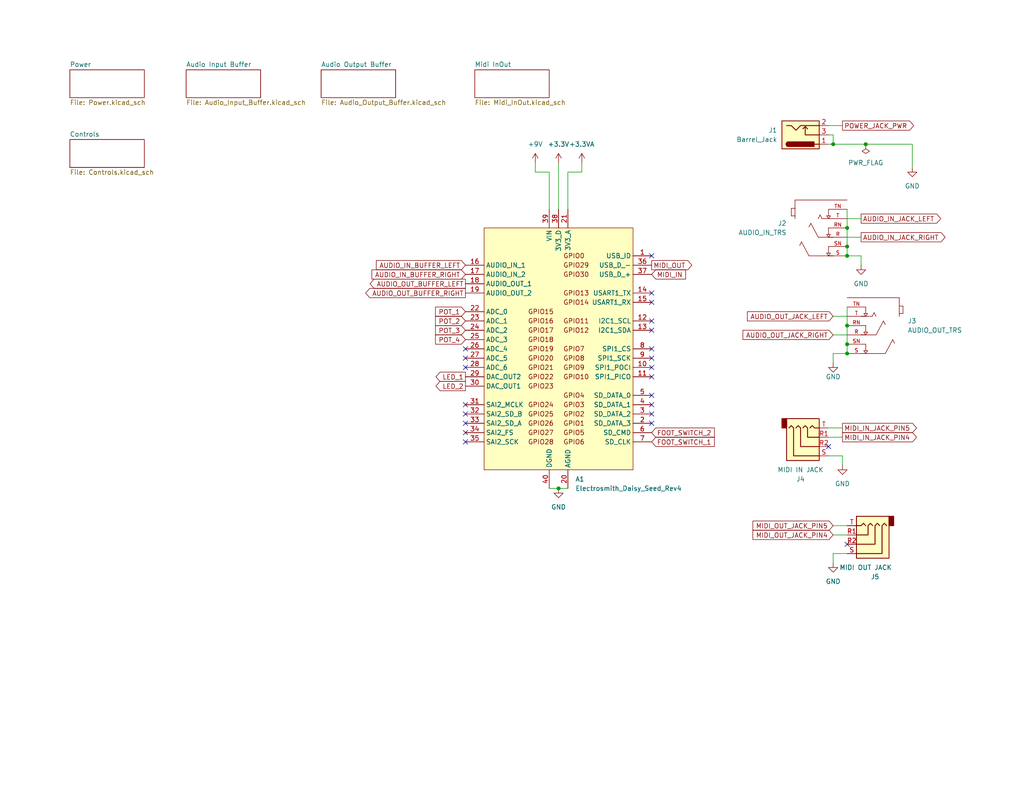
<source format=kicad_sch>
(kicad_sch (version 20230121) (generator eeschema)
  (paper "USLetter")
  (title_block (title "Daisy Seed Guitar Pedal 1590B") (date "2023-11-12") (rev "6") (company "Made by Keith Shepherd (kshep@mac.com)") (comment 1 "https://github.com/electro-smith/Hardware/blob/master/reference/daisy_petal/") (comment 2 "Schematic loosly based on the Electro-Smith Daisy Petal Reference Hardware Rev 5"))
  (lib_symbols
    (symbol "Connector:Barrel_Jack_Switch" (pin_names hide)
      (property "Reference" "J" (at 0 5.334 0))
      (property "Value" "Barrel_Jack_Switch" (at 0 -5.08 0))
      (symbol "Barrel_Jack_Switch_0_1"
        (rectangle (start -5.08 3.81) (end 5.08 -3.81) (stroke (width 0.254)) (fill (type background)))
        (arc (start -3.302 3.175) (mid -3.9343 2.54) (end -3.302 1.905) (stroke (width 0.254)))
        (arc (start -3.302 3.175) (mid -3.9343 2.54) (end -3.302 1.905) (stroke (width 0.254)) (fill (type outline)))
        (polyline (pts (xy 1.27 -2.286) (xy 1.905 -1.651)) (stroke (width 0.254)))
        (polyline (pts (xy 5.08 2.54) (xy 3.81 2.54)) (stroke (width 0.254)))
        (polyline (pts (xy 5.08 0) (xy 1.27 0) (xy 1.27 -2.286) (xy 0.635 -1.651)) (stroke (width 0.254)))
        (polyline (pts (xy -3.81 -2.54) (xy -2.54 -2.54) (xy -1.27 -1.27) (xy 0 -2.54) (xy 2.54 -2.54) (xy 5.08 -2.54)) (stroke (width 0.254)))
        (rectangle (start 3.683 3.175) (end -3.302 1.905) (stroke (width 0.254)) (fill (type outline)))
      )
      (symbol "Barrel_Jack_Switch_1_1"
        (pin passive line (at 7.62 2.54 180) (length 2.54) (name "~") (number "1"))
        (pin passive line (at 7.62 -2.54 180) (length 2.54) (name "~") (number "2"))
        (pin passive line (at 7.62 0 180) (length 2.54) (name "~") (number "3"))
      )
    )
    (symbol "Connector_Audio:AudioJack4"
      (property "Reference" "J" (at 0 8.89 0))
      (property "Value" "AudioJack4" (at 0 6.35 0))
      (symbol "AudioJack4_0_1"
        (rectangle (start -6.35 -5.08) (end -7.62 -7.62) (stroke (width 0.254)) (fill (type outline)))
        (polyline (pts (xy 0 -5.08) (xy 0.635 -5.715) (xy 1.27 -5.08) (xy 2.54 -5.08)) (stroke (width 0.254)))
        (polyline (pts (xy -5.715 -5.08) (xy -5.08 -5.715) (xy -4.445 -5.08) (xy -4.445 2.54) (xy 2.54 2.54)) (stroke (width 0.254)))
        (polyline (pts (xy -1.905 -5.08) (xy -1.27 -5.715) (xy -0.635 -5.08) (xy -0.635 -2.54) (xy 2.54 -2.54)) (stroke (width 0.254)))
        (polyline (pts (xy 2.54 0) (xy -2.54 0) (xy -2.54 -5.08) (xy -3.175 -5.715) (xy -3.81 -5.08)) (stroke (width 0.254)))
        (rectangle (start 2.54 3.81) (end -6.35 -7.62) (stroke (width 0.254)) (fill (type background)))
      )
      (symbol "AudioJack4_1_1"
        (pin passive line (at 5.08 -2.54 180) (length 2.54) (name "~") (number "R1"))
        (pin passive line (at 5.08 0 180) (length 2.54) (name "~") (number "R2"))
        (pin passive line (at 5.08 2.54 180) (length 2.54) (name "~") (number "S"))
        (pin passive line (at 5.08 -5.08 180) (length 2.54) (name "~") (number "T"))
      )
    )
    (symbol "MCU_Module:Electrosmith_Daisy_Seed_Rev4"
      (property "Reference" "A" (at -20.32 34.29 0))
      (property "Value" "Electrosmith_Daisy_Seed_Rev4" (at 33.02 34.29 0))
      (symbol "Electrosmith_Daisy_Seed_Rev4_0_0"
        (text "GPIO0" (at 1.27 25.4 0) (effects (font (size 1.27 1.27)) (justify left)))
        (text "GPIO1" (at 1.27 -20.32 0) (effects (font (size 1.27 1.27)) (justify left)))
        (text "GPIO10" (at 1.27 -7.62 0) (effects (font (size 1.27 1.27)) (justify left)))
        (text "GPIO11" (at 1.27 7.62 0) (effects (font (size 1.27 1.27)) (justify left)))
        (text "GPIO12" (at 1.27 5.08 0) (effects (font (size 1.27 1.27)) (justify left)))
        (text "GPIO13" (at 1.27 15.24 0) (effects (font (size 1.27 1.27)) (justify left)))
        (text "GPIO14" (at 1.27 12.7 0) (effects (font (size 1.27 1.27)) (justify left)))
        (text "GPIO15" (at -1.27 10.16 0) (effects (font (size 1.27 1.27)) (justify right)))
        (text "GPIO16" (at -1.27 7.62 0) (effects (font (size 1.27 1.27)) (justify right)))
        (text "GPIO17" (at -1.27 5.08 0) (effects (font (size 1.27 1.27)) (justify right)))
        (text "GPIO18" (at -1.27 2.54 0) (effects (font (size 1.27 1.27)) (justify right)))
        (text "GPIO19" (at -1.27 0 0) (effects (font (size 1.27 1.27)) (justify right)))
        (text "GPIO2" (at 1.27 -17.78 0) (effects (font (size 1.27 1.27)) (justify left)))
        (text "GPIO20" (at -1.27 -2.54 0) (effects (font (size 1.27 1.27)) (justify right)))
        (text "GPIO21" (at -1.27 -5.08 0) (effects (font (size 1.27 1.27)) (justify right)))
        (text "GPIO22" (at -1.27 -7.62 0) (effects (font (size 1.27 1.27)) (justify right)))
        (text "GPIO23" (at -1.27 -10.16 0) (effects (font (size 1.27 1.27)) (justify right)))
        (text "GPIO24" (at -1.27 -15.24 0) (effects (font (size 1.27 1.27)) (justify right)))
        (text "GPIO25" (at -1.27 -17.78 0) (effects (font (size 1.27 1.27)) (justify right)))
        (text "GPIO26" (at -1.27 -20.32 0) (effects (font (size 1.27 1.27)) (justify right)))
        (text "GPIO27" (at -1.27 -22.86 0) (effects (font (size 1.27 1.27)) (justify right)))
        (text "GPIO28" (at -1.27 -25.4 0) (effects (font (size 1.27 1.27)) (justify right)))
        (text "GPIO29" (at 1.27 22.86 0) (effects (font (size 1.27 1.27)) (justify left)))
        (text "GPIO3" (at 1.27 -15.24 0) (effects (font (size 1.27 1.27)) (justify left)))
        (text "GPIO30" (at 1.27 20.32 0) (effects (font (size 1.27 1.27)) (justify left)))
        (text "GPIO4" (at 1.27 -12.7 0) (effects (font (size 1.27 1.27)) (justify left)))
        (text "GPIO5" (at 1.27 -22.86 0) (effects (font (size 1.27 1.27)) (justify left)))
        (text "GPIO6" (at 1.27 -25.4 0) (effects (font (size 1.27 1.27)) (justify left)))
        (text "GPIO7" (at 1.27 0 0) (effects (font (size 1.27 1.27)) (justify left)))
        (text "GPIO8" (at 1.27 -2.54 0) (effects (font (size 1.27 1.27)) (justify left)))
        (text "GPIO9" (at 1.27 -5.08 0) (effects (font (size 1.27 1.27)) (justify left)))
        (pin bidirectional line (at 25.4 25.4 180) (length 5.08) (name "USB_ID") (number "1"))
        (pin bidirectional line (at 25.4 -5.08 180) (length 5.08) (name "SPI1_POCI") (number "10"))
        (pin bidirectional line (at 25.4 -7.62 180) (length 5.08) (name "SPI1_PICO") (number "11"))
        (pin bidirectional line (at 25.4 7.62 180) (length 5.08) (name "I2C1_SCL") (number "12"))
        (pin bidirectional line (at 25.4 5.08 180) (length 5.08) (name "I2C1_SDA") (number "13"))
        (pin bidirectional line (at 25.4 15.24 180) (length 5.08) (name "USART1_TX") (number "14"))
        (pin bidirectional line (at 25.4 12.7 180) (length 5.08) (name "USART1_RX") (number "15"))
        (pin input line (at -25.4 22.86 0) (length 5.08) (name "AUDIO_IN_1") (number "16"))
        (pin input line (at -25.4 20.32 0) (length 5.08) (name "AUDIO_IN_2") (number "17"))
        (pin output line (at -25.4 17.78 0) (length 5.08) (name "AUDIO_OUT_1") (number "18"))
        (pin output line (at -25.4 15.24 0) (length 5.08) (name "AUDIO_OUT_2") (number "19"))
        (pin bidirectional line (at 25.4 -20.32 180) (length 5.08) (name "SD_DATA_3") (number "2"))
        (pin power_in line (at 2.54 -38.1 90) (length 5.08) (name "AGND") (number "20"))
        (pin power_out line (at 2.54 38.1 270) (length 5.08) (name "3V3_A") (number "21"))
        (pin bidirectional line (at -25.4 10.16 0) (length 5.08) (name "ADC_0") (number "22"))
        (pin bidirectional line (at -25.4 7.62 0) (length 5.08) (name "ADC_1") (number "23"))
        (pin bidirectional line (at -25.4 5.08 0) (length 5.08) (name "ADC_2") (number "24"))
        (pin bidirectional line (at -25.4 2.54 0) (length 5.08) (name "ADC_3") (number "25"))
        (pin bidirectional line (at -25.4 0 0) (length 5.08) (name "ADC_4") (number "26"))
        (pin bidirectional line (at -25.4 -2.54 0) (length 5.08) (name "ADC_5") (number "27"))
        (pin bidirectional line (at -25.4 -5.08 0) (length 5.08) (name "ADC_6") (number "28"))
        (pin bidirectional line (at -25.4 -7.62 0) (length 5.08) (name "DAC_OUT2") (number "29"))
        (pin bidirectional line (at 25.4 -17.78 180) (length 5.08) (name "SD_DATA_2") (number "3"))
        (pin bidirectional line (at -25.4 -10.16 0) (length 5.08) (name "DAC_OUT1") (number "30"))
        (pin bidirectional line (at -25.4 -15.24 0) (length 5.08) (name "SAI2_MCLK") (number "31"))
        (pin bidirectional line (at -25.4 -17.78 0) (length 5.08) (name "SAI2_SD_B") (number "32"))
        (pin bidirectional line (at -25.4 -20.32 0) (length 5.08) (name "SAI2_SD_A") (number "33"))
        (pin bidirectional line (at -25.4 -22.86 0) (length 5.08) (name "SAI2_FS") (number "34"))
        (pin bidirectional line (at -25.4 -25.4 0) (length 5.08) (name "SAI2_SCK") (number "35"))
        (pin bidirectional line (at 25.4 22.86 180) (length 5.08) (name "USB_D_-") (number "36"))
        (pin bidirectional line (at 25.4 20.32 180) (length 5.08) (name "USB_D_+") (number "37"))
        (pin power_out line (at 0 38.1 270) (length 5.08) (name "3V3_D") (number "38"))
        (pin power_in line (at -2.54 38.1 270) (length 5.08) (name "VIN") (number "39"))
        (pin bidirectional line (at 25.4 -15.24 180) (length 5.08) (name "SD_DATA_1") (number "4"))
        (pin power_in line (at -2.54 -38.1 90) (length 5.08) (name "DGND") (number "40"))
        (pin bidirectional line (at 25.4 -12.7 180) (length 5.08) (name "SD_DATA_0") (number "5"))
        (pin bidirectional line (at 25.4 -22.86 180) (length 5.08) (name "SD_CMD") (number "6"))
        (pin bidirectional line (at 25.4 -25.4 180) (length 5.08) (name "SD_CLK") (number "7"))
        (pin bidirectional line (at 25.4 0 180) (length 5.08) (name "SPI1_CS") (number "8"))
        (pin bidirectional line (at 25.4 -2.54 180) (length 5.08) (name "SPI1_SCK") (number "9"))
      )
      (symbol "Electrosmith_Daisy_Seed_Rev4_0_1"
        (rectangle (start -20.32 33.02) (end 20.32 -33.02) (fill (type background)))
      )
    )
    (symbol "NMJ6HCD2:NMJ6HCD2" (pin_names (offset 1.016))
      (property "Reference" "J" (at -7.6236 8.1319 0))
      (property "Value" "NMJ6HCD2" (at -7.6298 -10.1747 0))
      (symbol "NMJ6HCD2_0_0"
        (polyline (pts (xy -7.62 -5.334) (xy -6.604 -5.334)) (stroke (width 0.1524)))
        (polyline (pts (xy -7.62 -3.302) (xy -7.62 -5.334)) (stroke (width 0.1524)))
        (polyline (pts (xy -6.604 -7.62) (xy -6.604 -5.334)) (stroke (width 0.1524)))
        (polyline (pts (xy -6.604 -5.334) (xy -6.604 -3.302)) (stroke (width 0.1524)))
        (polyline (pts (xy -6.604 -3.302) (xy -7.62 -3.302)) (stroke (width 0.1524)))
        (polyline (pts (xy -6.604 -2.54) (xy -6.604 -3.302)) (stroke (width 0.1524)))
        (polyline (pts (xy -4.826 3.81) (xy -5.334 4.826)) (stroke (width 0.1524)))
        (polyline (pts (xy -2.794 7.62) (xy -4.826 3.81)) (stroke (width 0.1524)))
        (polyline (pts (xy -2.286 -1.27) (xy -2.794 -0.254)) (stroke (width 0.1524)))
        (polyline (pts (xy -0.254 2.54) (xy -2.286 -1.27)) (stroke (width 0.1524)))
        (polyline (pts (xy 0.254 -3.556) (xy -0.254 -2.54)) (stroke (width 0.1524)))
        (polyline (pts (xy 0.762 -2.54) (xy 0.254 -3.556)) (stroke (width 0.1524)))
        (polyline (pts (xy 2.032 -3.302) (xy 2.54 -3.302)) (stroke (width 0.1524)))
        (polyline (pts (xy 2.032 1.778) (xy 2.54 1.778)) (stroke (width 0.1524)))
        (polyline (pts (xy 2.032 6.858) (xy 2.54 6.858)) (stroke (width 0.1524)))
        (polyline (pts (xy 2.54 -3.302) (xy 2.54 -5.08)) (stroke (width 0.1524)))
        (polyline (pts (xy 2.54 -3.302) (xy 3.048 -3.302)) (stroke (width 0.1524)))
        (polyline (pts (xy 2.54 -2.54) (xy 0.762 -2.54)) (stroke (width 0.1524)))
        (polyline (pts (xy 2.54 -2.54) (xy 2.032 -3.302)) (stroke (width 0.1524)))
        (polyline (pts (xy 2.54 1.778) (xy 2.54 0)) (stroke (width 0.1524)))
        (polyline (pts (xy 2.54 1.778) (xy 3.048 1.778)) (stroke (width 0.1524)))
        (polyline (pts (xy 2.54 2.54) (xy -0.254 2.54)) (stroke (width 0.1524)))
        (polyline (pts (xy 2.54 2.54) (xy 2.032 1.778)) (stroke (width 0.1524)))
        (polyline (pts (xy 2.54 6.858) (xy 2.54 5.08)) (stroke (width 0.1524)))
        (polyline (pts (xy 2.54 6.858) (xy 3.048 6.858)) (stroke (width 0.1524)))
        (polyline (pts (xy 2.54 7.62) (xy -2.794 7.62)) (stroke (width 0.1524)))
        (polyline (pts (xy 2.54 7.62) (xy 2.032 6.858)) (stroke (width 0.1524)))
        (polyline (pts (xy 3.048 -3.302) (xy 2.54 -2.54)) (stroke (width 0.1524)))
        (polyline (pts (xy 3.048 1.778) (xy 2.54 2.54)) (stroke (width 0.1524)))
        (polyline (pts (xy 3.048 6.858) (xy 2.54 7.62)) (stroke (width 0.1524)))
        (polyline (pts (xy 3.81 -2.54) (xy 2.54 -2.54)) (stroke (width 0.1524)))
        (polyline (pts (xy 3.81 2.54) (xy 2.54 2.54)) (stroke (width 0.1524)))
        (polyline (pts (xy 3.81 7.62) (xy 2.54 7.62)) (stroke (width 0.1524)))
        (polyline (pts (xy 7.62 -7.62) (xy -6.604 -7.62)) (stroke (width 0.1524)))
        (pin passive line (at 7.62 2.54 180) (length 5.08) (name "~") (number "R"))
        (pin passive line (at 7.62 0 180) (length 5.08) (name "~") (number "RN"))
        (pin passive line (at 7.62 7.62 180) (length 5.08) (name "~") (number "S"))
        (pin passive line (at 7.62 5.08 180) (length 5.08) (name "~") (number "SN"))
        (pin passive line (at 7.62 -2.54 180) (length 5.08) (name "~") (number "T"))
        (pin passive line (at 7.62 -5.08 180) (length 5.08) (name "~") (number "TN"))
      )
    )
    (symbol "power:+3.3V" (power) (pin_names (offset 0))
      (property "Value" "+3.3V" (at 0 3.556 0))
      (symbol "+3.3V_0_1"
        (polyline (pts (xy -0.762 1.27) (xy 0 2.54)))
        (polyline (pts (xy 0 0) (xy 0 2.54)))
        (polyline (pts (xy 0 2.54) (xy 0.762 1.27)))
      )
      (symbol "+3.3V_1_1"
        (pin power_in line (at 0 0 90) (length 0) hide (name "+3.3V") (number "1"))
      )
    )
    (symbol "power:+3.3VA" (power) (pin_names (offset 0))
      (property "Value" "+3.3VA" (at 0 3.556 0))
      (symbol "+3.3VA_0_1"
        (polyline (pts (xy -0.762 1.27) (xy 0 2.54)))
        (polyline (pts (xy 0 0) (xy 0 2.54)))
        (polyline (pts (xy 0 2.54) (xy 0.762 1.27)))
      )
      (symbol "+3.3VA_1_1"
        (pin power_in line (at 0 0 90) (length 0) hide (name "+3.3VA") (number "1"))
      )
    )
    (symbol "power:+9V" (power) (pin_names (offset 0))
      (property "Value" "+9V" (at 0 3.556 0))
      (symbol "+9V_0_1"
        (polyline (pts (xy -0.762 1.27) (xy 0 2.54)))
        (polyline (pts (xy 0 0) (xy 0 2.54)))
        (polyline (pts (xy 0 2.54) (xy 0.762 1.27)))
      )
      (symbol "+9V_1_1"
        (pin power_in line (at 0 0 90) (length 0) hide (name "+9V") (number "1"))
      )
    )
    (symbol "power:GND" (power) (pin_names (offset 0))
      (property "Value" "GND" (at 0 -3.81 0))
      (symbol "GND_0_1"
        (polyline (pts (xy 0 0) (xy 0 -1.27) (xy 1.27 -1.27) (xy 0 -2.54) (xy -1.27 -1.27) (xy 0 -1.27)))
      )
      (symbol "GND_1_1"
        (pin power_in line (at 0 0 270) (length 0) hide (name "GND") (number "1"))
      )
    )
    (symbol "power:PWR_FLAG" (power) (pin_numbers hide) (pin_names (offset 0) hide)
      (property "Value" "PWR_FLAG" (at 0 3.81 0))
      (symbol "PWR_FLAG_0_0"
        (pin power_out line (at 0 0 90) (length 0) (name "pwr") (number "1"))
      )
      (symbol "PWR_FLAG_0_1"
        (polyline (pts (xy 0 0) (xy 0 1.27) (xy -1.016 1.905) (xy 0 2.54) (xy 1.016 1.905) (xy 0 1.27)))
      )
    )
  )
  (junction (at 231.14 67.31))
  (junction (at 231.14 69.85))
  (junction (at 231.14 88.9))
  (junction (at 152.4 133.35))
  (junction (at 236.22 39.37))
  (junction (at 231.14 62.23))
  (junction (at 231.14 93.98))
  (junction (at 231.14 96.52))
  (junction (at 227.33 39.37))
  (no_connect (at 177.8 80.01))
  (no_connect (at 127 120.65))
  (no_connect (at 127 118.11))
  (no_connect (at 177.8 102.87))
  (no_connect (at 127 97.79))
  (no_connect (at 127 95.25))
  (no_connect (at 177.8 90.17))
  (no_connect (at 177.8 82.55))
  (no_connect (at 177.8 113.03))
  (no_connect (at 177.8 97.79))
  (no_connect (at 127 113.03))
  (no_connect (at 231.14 148.59))
  (no_connect (at 127 110.49))
  (no_connect (at 177.8 95.25))
  (no_connect (at 127 115.57))
  (no_connect (at 226.06 121.92))
  (no_connect (at 177.8 87.63))
  (no_connect (at 177.8 107.95))
  (no_connect (at 177.8 100.33))
  (no_connect (at 177.8 115.57))
  (no_connect (at 177.8 110.49))
  (no_connect (at 127 100.33))
  (no_connect (at 177.8 69.85))
  (wire (pts (xy 146.05 44.45) (xy 146.05 46.99)))
  (wire (pts (xy 226.06 36.83) (xy 227.33 36.83)))
  (wire (pts (xy 231.14 88.9) (xy 231.14 93.98)))
  (wire (pts (xy 154.94 57.15) (xy 154.94 46.99)))
  (wire (pts (xy 227.33 143.51) (xy 231.14 143.51)))
  (wire (pts (xy 226.06 39.37) (xy 227.33 39.37)))
  (wire (pts (xy 229.87 127) (xy 229.87 124.46)))
  (wire (pts (xy 149.86 57.15) (xy 149.86 46.99)))
  (wire (pts (xy 248.92 45.72) (xy 248.92 39.37)))
  (wire (pts (xy 227.33 86.36) (xy 231.14 86.36)))
  (wire (pts (xy 149.86 133.35) (xy 152.4 133.35)))
  (wire (pts (xy 149.86 46.99) (xy 146.05 46.99)))
  (wire (pts (xy 154.94 46.99) (xy 158.75 46.99)))
  (wire (pts (xy 231.14 83.82) (xy 231.14 88.9)))
  (wire (pts (xy 234.95 69.85) (xy 234.95 72.39)))
  (wire (pts (xy 227.33 151.13) (xy 227.33 153.67)))
  (wire (pts (xy 229.87 119.38) (xy 226.06 119.38)))
  (wire (pts (xy 234.95 59.69) (xy 231.14 59.69)))
  (wire (pts (xy 231.14 151.13) (xy 227.33 151.13)))
  (wire (pts (xy 227.33 91.44) (xy 231.14 91.44)))
  (wire (pts (xy 152.4 133.35) (xy 154.94 133.35)))
  (wire (pts (xy 236.22 39.37) (xy 248.92 39.37)))
  (wire (pts (xy 231.14 57.15) (xy 231.14 62.23)))
  (wire (pts (xy 231.14 69.85) (xy 231.14 67.31)))
  (wire (pts (xy 152.4 44.45) (xy 152.4 57.15)))
  (wire (pts (xy 227.33 96.52) (xy 227.33 99.06)))
  (wire (pts (xy 234.95 64.77) (xy 231.14 64.77)))
  (wire (pts (xy 226.06 116.84) (xy 229.87 116.84)))
  (wire (pts (xy 226.06 124.46) (xy 229.87 124.46)))
  (wire (pts (xy 158.75 44.45) (xy 158.75 46.99)))
  (wire (pts (xy 226.06 34.29) (xy 229.87 34.29)))
  (wire (pts (xy 234.95 69.85) (xy 231.14 69.85)))
  (wire (pts (xy 227.33 36.83) (xy 227.33 39.37)))
  (wire (pts (xy 227.33 39.37) (xy 236.22 39.37)))
  (wire (pts (xy 227.33 146.05) (xy 231.14 146.05)))
  (wire (pts (xy 231.14 62.23) (xy 231.14 67.31)))
  (wire (pts (xy 227.33 96.52) (xy 231.14 96.52)))
  (wire (pts (xy 231.14 93.98) (xy 231.14 96.52)))
  (global_label "AUDIO_OUT_JACK_LEFT" (shape input) (at 227.33 86.36 180) (property "Intersheetrefs" "${INTERSHEET_REFS}" (effects hide)))
  (global_label "AUDIO_IN_JACK_LEFT" (shape output) (at 234.95 59.69 0) (property "Intersheetrefs" "${INTERSHEET_REFS}" (effects hide)))
  (global_label "FOOT_SWITCH_2" (shape input) (at 177.8 118.11 0) (property "Intersheetrefs" "${INTERSHEET_REFS}" (effects hide)))
  (global_label "MIDI_IN" (shape input) (at 177.8 74.93 0) (property "Intersheetrefs" "${INTERSHEET_REFS}" (effects hide)))
  (global_label "MIDI_IN_JACK_PIN4" (shape output) (at 229.87 119.38 0) (property "Intersheetrefs" "${INTERSHEET_REFS}" (effects hide)))
  (global_label "POWER_JACK_PWR" (shape output) (at 229.87 34.29 0) (property "Intersheetrefs" "${INTERSHEET_REFS}" (effects hide)))
  (global_label "MIDI_OUT_JACK_PIN5" (shape input) (at 227.33 143.51 180) (property "Intersheetrefs" "${INTERSHEET_REFS}" (effects hide)))
  (global_label "AUDIO_OUT_BUFFER_RIGHT" (shape output) (at 127 80.01 180) (property "Intersheetrefs" "${INTERSHEET_REFS}" (effects hide)))
  (global_label "AUDIO_IN_BUFFER_LEFT" (shape input) (at 127 72.39 180) (property "Intersheetrefs" "${INTERSHEET_REFS}" (effects hide)))
  (global_label "MIDI_OUT" (shape output) (at 177.8 72.39 0) (property "Intersheetrefs" "${INTERSHEET_REFS}" (effects hide)))
  (global_label "LED_1" (shape output) (at 127 102.87 180) (property "Intersheetrefs" "${INTERSHEET_REFS}" (effects hide)))
  (global_label "MIDI_OUT_JACK_PIN4" (shape input) (at 227.33 146.05 180) (property "Intersheetrefs" "${INTERSHEET_REFS}" (effects hide)))
  (global_label "POT_2" (shape input) (at 127 87.63 180) (property "Intersheetrefs" "${INTERSHEET_REFS}" (effects hide)))
  (global_label "AUDIO_OUT_BUFFER_LEFT" (shape output) (at 127 77.47 180) (property "Intersheetrefs" "${INTERSHEET_REFS}" (effects hide)))
  (global_label "FOOT_SWITCH_1" (shape input) (at 177.8 120.65 0) (property "Intersheetrefs" "${INTERSHEET_REFS}" (effects hide)))
  (global_label "AUDIO_IN_BUFFER_RIGHT" (shape input) (at 127 74.93 180) (property "Intersheetrefs" "${INTERSHEET_REFS}" (effects hide)))
  (global_label "POT_3" (shape input) (at 127 90.17 180) (property "Intersheetrefs" "${INTERSHEET_REFS}" (effects hide)))
  (global_label "AUDIO_IN_JACK_RIGHT" (shape output) (at 234.95 64.77 0) (property "Intersheetrefs" "${INTERSHEET_REFS}" (effects hide)))
  (global_label "LED_2" (shape output) (at 127 105.41 180) (property "Intersheetrefs" "${INTERSHEET_REFS}" (effects hide)))
  (global_label "POT_4" (shape input) (at 127 92.71 180) (property "Intersheetrefs" "${INTERSHEET_REFS}" (effects hide)))
  (global_label "AUDIO_OUT_JACK_RIGHT" (shape input) (at 227.33 91.44 180) (property "Intersheetrefs" "${INTERSHEET_REFS}" (effects hide)))
  (global_label "MIDI_IN_JACK_PIN5" (shape output) (at 229.87 116.84 0) (property "Intersheetrefs" "${INTERSHEET_REFS}" (effects hide)))
  (global_label "POT_1" (shape input) (at 127 85.09 180) (property "Intersheetrefs" "${INTERSHEET_REFS}" (effects hide)))
  (symbol (lib_id "power:+3.3V") (at 152.4 44.45 0) (unit 1)
    (property "Reference" "#PWR026" (effects hide))
    (property "Value" "+3.3V" (at 152.4 39.37 0))
  )
  (symbol (lib_id "MCU_Module:Electrosmith_Daisy_Seed_Rev4") (at 152.4 95.25 0) (unit 1)
    (property "Reference" "A1" (at 156.9594 130.81 0) (effects (justify left)))
    (property "Value" "Electrosmith_Daisy_Seed_Rev4" (at 156.9594 133.35 0) (effects (justify left)))
    (property "Footprint" "Module:Electrosmith_Daisy_Seed" (effects hide))
    (property "Datasheet" "https://static1.squarespace.com/static/58d03fdc1b10e3bf442567b8/t/6227e6236f02fb68d1577146/1646781988478/Daisy_Seed_datasheet_v1.0.3.pdf" (effects hide))
  )
  (symbol (lib_id "power:GND") (at 227.33 153.67 0) (unit 1)
    (property "Reference" "#PWR0113" (effects hide))
    (property "Value" "GND" (at 227.33 158.75 0))
  )
  (symbol (lib_id "power:GND") (at 152.4 133.35 0) (unit 1)
    (property "Reference" "#PWR027" (effects hide))
    (property "Value" "GND" (at 152.4 138.43 0))
  )
  (symbol (lib_id "power:GND") (at 234.95 72.39 0) (mirror y) (unit 1)
    (property "Reference" "#PWR0111" (effects hide))
    (property "Value" "GND" (at 234.95 77.47 0))
  )
  (symbol (lib_id "Connector:Barrel_Jack_Switch") (at 218.44 36.83 0) (mirror x) (unit 1)
    (property "Reference" "J1" (at 212.09 35.5599 0) (effects (justify right)))
    (property "Value" "Barrel_Jack" (at 212.09 38.0999 0) (effects (justify right)))
    (property "Footprint" "GuitarPedal1590b:Generic_PowerJack" (effects hide))
  )
  (symbol (lib_id "Connector_Audio:AudioJack4") (at 236.22 148.59 180) (unit 1)
    (property "Reference" "J5" (at 238.76 157.48 0))
    (property "Value" "MIDI OUT JACK" (at 236.22 154.94 0))
    (property "Footprint" "AudioConnector-PJ320A:TRRS-PJ-320A" (effects hide))
  )
  (symbol (lib_id "power:+9V") (at 146.05 44.45 0) (unit 1)
    (property "Reference" "#PWR025" (effects hide))
    (property "Value" "+9V" (at 146.05 39.37 0))
  )
  (symbol (lib_id "NMJ6HCD2:NMJ6HCD2") (at 223.52 62.23 0) (mirror x) (unit 1)
    (property "Reference" "J2" (at 214.63 60.9599 0) (effects (justify right)))
    (property "Value" "AUDIO_IN_TRS" (at 214.63 63.4999 0) (effects (justify right)))
    (property "Footprint" "NMJ6HCD2:NEUTRIK_NMJ6HCD2" (effects hide))
    (property "STANDARD" "Manufacturer Recommendations" (effects hide))
    (property "PARTREV" "26.02.2021" (effects hide))
    (property "MAXIMUM_PACKAGE_HEIGHT" "15.67 mm" (effects hide))
    (property "MANUFACTURER" "Neutrik" (effects hide))
    (property "SNAPEDA_PN" "NMJ6HCD2" (effects hide))
  )
  (symbol (lib_id "power:PWR_FLAG") (at 236.22 39.37 0) (mirror x) (unit 1)
    (property "Reference" "#FLG0101" (effects hide))
    (property "Value" "PWR_FLAG" (at 236.22 44.45 0))
  )
  (symbol (lib_id "power:GND") (at 229.87 127 0) (mirror y) (unit 1)
    (property "Reference" "#PWR0112" (effects hide))
    (property "Value" "GND" (at 229.87 132.08 0))
  )
  (symbol (lib_id "power:GND") (at 227.33 99.06 0) (unit 1)
    (property "Reference" "#PWR018" (effects hide))
    (property "Value" "GND" (at 227.33 102.87 0))
  )
  (symbol (lib_id "power:GND") (at 248.92 45.72 0) (mirror y) (unit 1)
    (property "Reference" "#PWR0114" (effects hide))
    (property "Value" "GND" (at 248.92 50.8 0))
  )
  (symbol (lib_id "power:+3.3VA") (at 158.75 44.45 0) (unit 1)
    (property "Reference" "#PWR0105" (effects hide))
    (property "Value" "+3.3VA" (at 158.75 39.37 0))
  )
  (symbol (lib_id "NMJ6HCD2:NMJ6HCD2") (at 238.76 88.9 180) (unit 1)
    (property "Reference" "J3" (at 247.65 87.6299 0) (effects (justify right)))
    (property "Value" "AUDIO_OUT_TRS" (at 247.65 90.1699 0) (effects (justify right)))
    (property "Footprint" "NMJ6HCD2:NEUTRIK_NMJ6HCD2" (effects hide))
    (property "STANDARD" "Manufacturer Recommendations" (effects hide))
    (property "PARTREV" "26.02.2021" (effects hide))
    (property "MAXIMUM_PACKAGE_HEIGHT" "15.67 mm" (effects hide))
    (property "MANUFACTURER" "Neutrik" (effects hide))
    (property "SNAPEDA_PN" "NMJ6HCD2" (effects hide))
  )
  (symbol (lib_id "Connector_Audio:AudioJack4") (at 220.98 121.92 0) (mirror x) (unit 1)
    (property "Reference" "J4" (at 218.44 130.81 0))
    (property "Value" "MIDI IN JACK" (at 218.44 128.27 0))
    (property "Footprint" "AudioConnector-PJ320A:TRRS-PJ-320A" (effects hide))
  )
  (sheet (at 50.8 19.05) (size 20.32 7.62) (stroke (width 0.1524))
    (property "Sheetname" "Audio Input Buffer" (at 50.8 18.3384 0) (effects (justify left bottom)))
    (property "Sheetfile" "Audio_Input_Buffer.kicad_sch" (at 50.8 27.2546 0) (effects (justify left top)))
  )
  (sheet (at 19.05 19.05) (size 20.32 7.62) (stroke (width 0.1524))
    (property "Sheetname" "Power" (at 19.05 18.3384 0) (effects (justify left bottom)))
    (property "Sheetfile" "Power.kicad_sch" (at 19.05 27.2546 0) (effects (justify left top)))
  )
  (sheet (at 87.63 19.05) (size 20.32 7.62) (stroke (width 0.1524))
    (property "Sheetname" "Audio Output Buffer" (at 87.63 18.3384 0) (effects (justify left bottom)))
    (property "Sheetfile" "Audio_Output_Buffer.kicad_sch" (at 87.63 27.2546 0) (effects (justify left top)))
  )
  (sheet (at 19.05 38.1) (size 20.32 7.62) (stroke (width 0.1524))
    (property "Sheetname" "Controls" (at 19.05 37.3884 0) (effects (justify left bottom)))
    (property "Sheetfile" "Controls.kicad_sch" (at 19.05 46.3046 0) (effects (justify left top)))
  )
  (sheet (at 129.54 19.05) (size 20.32 7.62) (stroke (width 0.1524))
    (property "Sheetname" "Midi InOut" (at 129.54 18.3384 0) (effects (justify left bottom)))
    (property "Sheetfile" "Midi_InOut.kicad_sch" (at 129.54 27.2546 0) (effects (justify left top)))
  )
)
</source>
